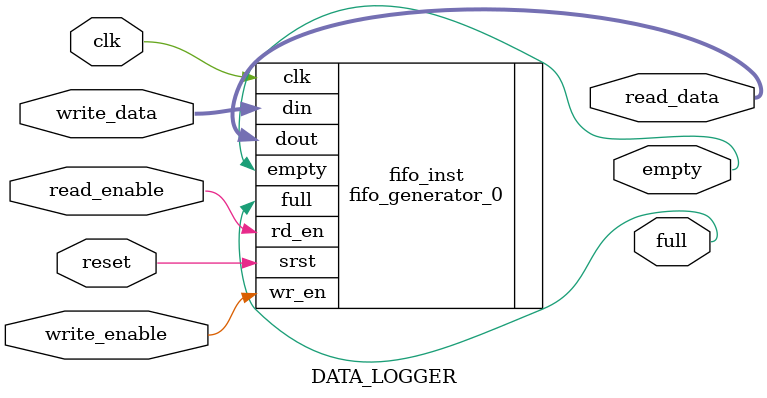
<source format=v>
module DATA_LOGGER(
    input wire clk,
    input wire reset,
    input wire write_enable,
    input wire read_enable,
    input wire [31:0] write_data,
    output wire [31:0] read_data,
    output wire full,
    output wire empty
);

    // Instantiate FIFO IP core
    fifo_generator_0 fifo_inst (
        .clk(clk),
        .srst(reset),
        .din(write_data),
        .wr_en(write_enable),
        .rd_en(read_enable),
        .dout(read_data),
        .full(full),
        .empty(empty)
    );

endmodule
</source>
